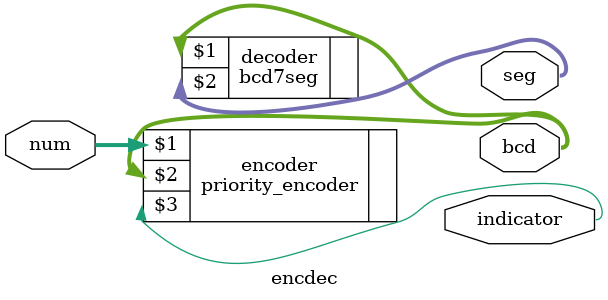
<source format=v>
module encdec(input [7:0] num,
               output [2:0] bcd,
               output indicator,
               output [6:0] seg);

    priority_encoder encoder(num[7:0], bcd, indicator);
    bcd7seg decoder(bcd, seg);
endmodule

</source>
